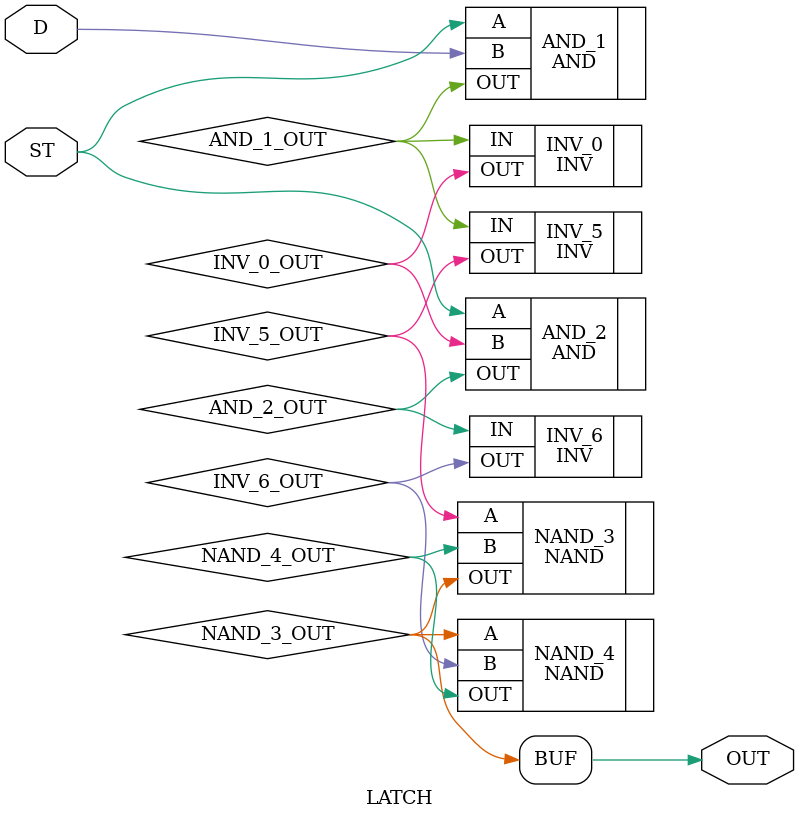
<source format=v>
module LATCH(
	output OUT,
	input ST,
	input D
);

wire INV_0_OUT;
wire AND_1_OUT;
wire AND_2_OUT;
wire NAND_3_OUT;
wire NAND_4_OUT;
wire INV_5_OUT;
wire INV_6_OUT;

INV INV_0(
	.OUT (INV_0_OUT),
	.IN (AND_1_OUT)
);
	
AND AND_1(
	.OUT (AND_1_OUT),
	.A (ST),
	.B (D)
);
	
AND AND_2(
	.OUT (AND_2_OUT),
	.A (ST),
	.B (INV_0_OUT)
);
	
NAND NAND_3(
	.OUT (NAND_3_OUT),
	.A (INV_5_OUT),
	.B (NAND_4_OUT)
);
	
NAND NAND_4(
	.OUT (NAND_4_OUT),
	.A (NAND_3_OUT),
	.B (INV_6_OUT)
);
	
INV INV_5(
	.OUT (INV_5_OUT),
	.IN (AND_1_OUT)
);
	
INV INV_6(
	.OUT (INV_6_OUT),
	.IN (AND_2_OUT)
);
	
assign OUT = NAND_3_OUT;

endmodule

</source>
